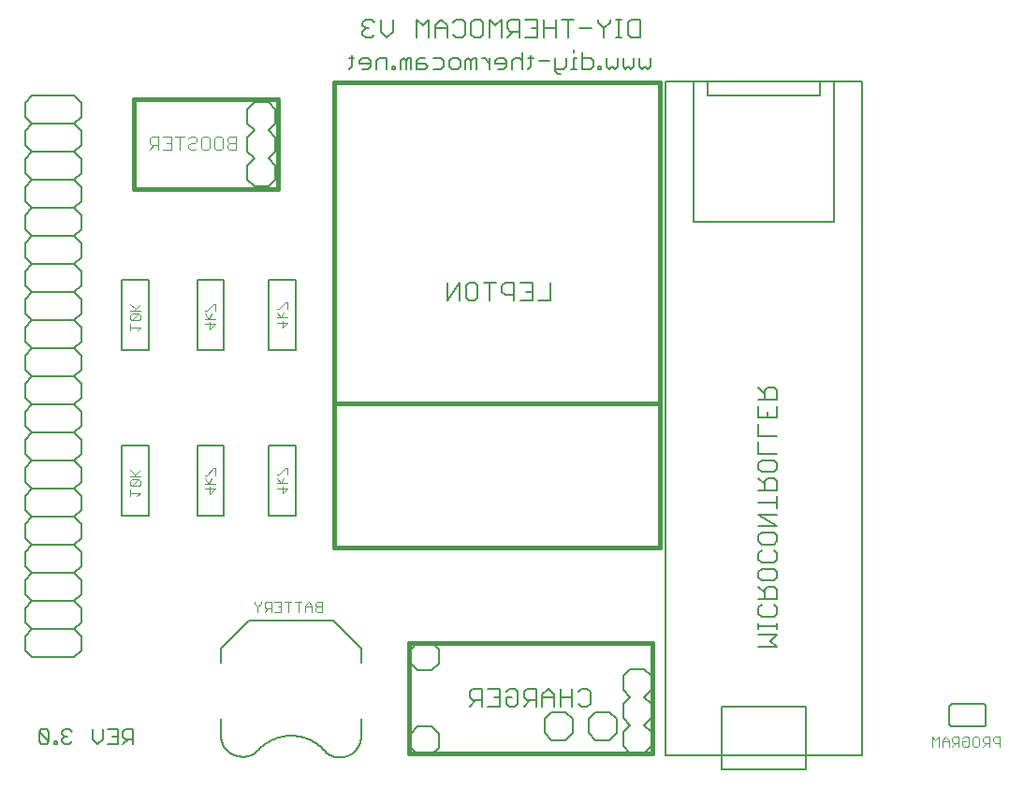
<source format=gbr>
G04 EAGLE Gerber RS-274X export*
G75*
%MOMM*%
%FSLAX34Y34*%
%LPD*%
%INSilkscreen Bottom*%
%IPPOS*%
%AMOC8*
5,1,8,0,0,1.08239X$1,22.5*%
G01*
%ADD10C,0.406400*%
%ADD11C,0.152400*%
%ADD12C,0.101600*%
%ADD13C,0.127000*%
%ADD14C,0.203200*%


D10*
X575000Y190000D02*
X575000Y320000D01*
X280000Y320000D01*
X280000Y190000D01*
X575000Y190000D01*
D11*
X475468Y412982D02*
X475468Y429252D01*
X475468Y412982D02*
X464621Y412982D01*
X459096Y429252D02*
X448249Y429252D01*
X459096Y429252D02*
X459096Y412982D01*
X448249Y412982D01*
X453673Y421117D02*
X459096Y421117D01*
X442724Y412982D02*
X442724Y429252D01*
X434589Y429252D01*
X431878Y426540D01*
X431878Y421117D01*
X434589Y418405D01*
X442724Y418405D01*
X420930Y412982D02*
X420930Y429252D01*
X426353Y429252D02*
X415506Y429252D01*
X407270Y429252D02*
X401846Y429252D01*
X407270Y429252D02*
X409981Y426540D01*
X409981Y415694D01*
X407270Y412982D01*
X401846Y412982D01*
X399135Y415694D01*
X399135Y426540D01*
X401846Y429252D01*
X393610Y429252D02*
X393610Y412982D01*
X382763Y412982D02*
X393610Y429252D01*
X382763Y429252D02*
X382763Y412982D01*
X503603Y62032D02*
X500891Y59320D01*
X503603Y62032D02*
X509026Y62032D01*
X511738Y59320D01*
X511738Y48474D01*
X509026Y45762D01*
X503603Y45762D01*
X500891Y48474D01*
X495366Y45762D02*
X495366Y62032D01*
X495366Y53897D02*
X484520Y53897D01*
X484520Y62032D02*
X484520Y45762D01*
X478995Y45762D02*
X478995Y56609D01*
X473572Y62032D01*
X468148Y56609D01*
X468148Y45762D01*
X468148Y53897D02*
X478995Y53897D01*
X462623Y45762D02*
X462623Y62032D01*
X454488Y62032D01*
X451777Y59320D01*
X451777Y53897D01*
X454488Y51185D01*
X462623Y51185D01*
X457200Y51185D02*
X451777Y45762D01*
X438117Y62032D02*
X435405Y59320D01*
X438117Y62032D02*
X443540Y62032D01*
X446252Y59320D01*
X446252Y48474D01*
X443540Y45762D01*
X438117Y45762D01*
X435405Y48474D01*
X435405Y53897D01*
X440828Y53897D01*
X429880Y62032D02*
X419034Y62032D01*
X429880Y62032D02*
X429880Y45762D01*
X419034Y45762D01*
X424457Y53897D02*
X429880Y53897D01*
X413509Y45762D02*
X413509Y62032D01*
X405374Y62032D01*
X402662Y59320D01*
X402662Y53897D01*
X405374Y51185D01*
X413509Y51185D01*
X408085Y51185D02*
X402662Y45762D01*
D10*
X280000Y320000D02*
X280000Y610000D01*
X575000Y610000D01*
X575000Y320000D01*
X229000Y514000D02*
X99000Y514000D01*
X99000Y595000D01*
X229000Y595000D01*
X229000Y514000D01*
D12*
X190992Y549508D02*
X190992Y561202D01*
X185145Y561202D01*
X183196Y559253D01*
X183196Y557304D01*
X185145Y555355D01*
X183196Y553406D01*
X183196Y551457D01*
X185145Y549508D01*
X190992Y549508D01*
X190992Y555355D02*
X185145Y555355D01*
X177349Y561202D02*
X173451Y561202D01*
X177349Y561202D02*
X179298Y559253D01*
X179298Y551457D01*
X177349Y549508D01*
X173451Y549508D01*
X171502Y551457D01*
X171502Y559253D01*
X173451Y561202D01*
X165655Y561202D02*
X161757Y561202D01*
X165655Y561202D02*
X167604Y559253D01*
X167604Y551457D01*
X165655Y549508D01*
X161757Y549508D01*
X159808Y551457D01*
X159808Y559253D01*
X161757Y561202D01*
X150063Y561202D02*
X148114Y559253D01*
X150063Y561202D02*
X153961Y561202D01*
X155910Y559253D01*
X155910Y557304D01*
X153961Y555355D01*
X150063Y555355D01*
X148114Y553406D01*
X148114Y551457D01*
X150063Y549508D01*
X153961Y549508D01*
X155910Y551457D01*
X140318Y549508D02*
X140318Y561202D01*
X144216Y561202D02*
X136420Y561202D01*
X132522Y561202D02*
X124726Y561202D01*
X132522Y561202D02*
X132522Y549508D01*
X124726Y549508D01*
X128624Y555355D02*
X132522Y555355D01*
X120828Y549508D02*
X120828Y561202D01*
X114981Y561202D01*
X113032Y559253D01*
X113032Y555355D01*
X114981Y553406D01*
X120828Y553406D01*
X116930Y553406D02*
X113032Y549508D01*
D10*
X568000Y103000D02*
X568000Y3000D01*
X568000Y103000D02*
X348000Y103000D01*
X348000Y3000D01*
X568000Y3000D01*
D12*
X881992Y9508D02*
X881992Y18500D01*
X877496Y18500D01*
X875998Y17001D01*
X875998Y14004D01*
X877496Y12505D01*
X881992Y12505D01*
X872784Y9508D02*
X872784Y18500D01*
X868288Y18500D01*
X866790Y17001D01*
X866790Y14004D01*
X868288Y12505D01*
X872784Y12505D01*
X869787Y12505D02*
X866790Y9508D01*
X862078Y18500D02*
X859081Y18500D01*
X862078Y18500D02*
X863576Y17001D01*
X863576Y11007D01*
X862078Y9508D01*
X859081Y9508D01*
X857582Y11007D01*
X857582Y17001D01*
X859081Y18500D01*
X849873Y18500D02*
X848374Y17001D01*
X849873Y18500D02*
X852870Y18500D01*
X854368Y17001D01*
X854368Y11007D01*
X852870Y9508D01*
X849873Y9508D01*
X848374Y11007D01*
X848374Y14004D01*
X851371Y14004D01*
X845161Y9508D02*
X845161Y18500D01*
X840665Y18500D01*
X839166Y17001D01*
X839166Y14004D01*
X840665Y12505D01*
X845161Y12505D01*
X842163Y12505D02*
X839166Y9508D01*
X835953Y9508D02*
X835953Y15502D01*
X832956Y18500D01*
X829958Y15502D01*
X829958Y9508D01*
X829958Y14004D02*
X835953Y14004D01*
X826745Y9508D02*
X826745Y18500D01*
X823748Y15502D01*
X820751Y18500D01*
X820751Y9508D01*
X268992Y131508D02*
X268992Y140500D01*
X264496Y140500D01*
X262998Y139001D01*
X262998Y137502D01*
X264496Y136004D01*
X262998Y134505D01*
X262998Y133007D01*
X264496Y131508D01*
X268992Y131508D01*
X268992Y136004D02*
X264496Y136004D01*
X259784Y137502D02*
X259784Y131508D01*
X259784Y137502D02*
X256787Y140500D01*
X253790Y137502D01*
X253790Y131508D01*
X253790Y136004D02*
X259784Y136004D01*
X247579Y131508D02*
X247579Y140500D01*
X250576Y140500D02*
X244582Y140500D01*
X238371Y140500D02*
X238371Y131508D01*
X241368Y140500D02*
X235374Y140500D01*
X232161Y140500D02*
X226166Y140500D01*
X232161Y140500D02*
X232161Y131508D01*
X226166Y131508D01*
X229163Y136004D02*
X232161Y136004D01*
X222953Y131508D02*
X222953Y140500D01*
X218457Y140500D01*
X216958Y139001D01*
X216958Y136004D01*
X218457Y134505D01*
X222953Y134505D01*
X219956Y134505D02*
X216958Y131508D01*
X213745Y139001D02*
X213745Y140500D01*
X213745Y139001D02*
X210748Y136004D01*
X207751Y139001D01*
X207751Y140500D01*
X210748Y136004D02*
X210748Y131508D01*
D11*
X663982Y99645D02*
X680252Y99645D01*
X674829Y105069D01*
X680252Y110492D01*
X663982Y110492D01*
X663982Y116017D02*
X663982Y121440D01*
X663982Y118729D02*
X680252Y118729D01*
X680252Y121440D02*
X680252Y116017D01*
X680252Y135066D02*
X677540Y137778D01*
X680252Y135066D02*
X680252Y129643D01*
X677540Y126931D01*
X666694Y126931D01*
X663982Y129643D01*
X663982Y135066D01*
X666694Y137778D01*
X663982Y143303D02*
X680252Y143303D01*
X680252Y151438D01*
X677540Y154149D01*
X672117Y154149D01*
X669405Y151438D01*
X669405Y143303D01*
X669405Y148726D02*
X663982Y154149D01*
X680252Y162386D02*
X680252Y167809D01*
X680252Y162386D02*
X677540Y159674D01*
X666694Y159674D01*
X663982Y162386D01*
X663982Y167809D01*
X666694Y170521D01*
X677540Y170521D01*
X680252Y167809D01*
X680252Y184181D02*
X677540Y186893D01*
X680252Y184181D02*
X680252Y178758D01*
X677540Y176046D01*
X666694Y176046D01*
X663982Y178758D01*
X663982Y184181D01*
X666694Y186893D01*
X680252Y195129D02*
X680252Y200552D01*
X680252Y195129D02*
X677540Y192418D01*
X666694Y192418D01*
X663982Y195129D01*
X663982Y200552D01*
X666694Y203264D01*
X677540Y203264D01*
X680252Y200552D01*
X680252Y208789D02*
X663982Y208789D01*
X663982Y219636D02*
X680252Y208789D01*
X680252Y219636D02*
X663982Y219636D01*
X663982Y230584D02*
X680252Y230584D01*
X680252Y225161D02*
X680252Y236007D01*
X680252Y241532D02*
X663982Y241532D01*
X680252Y241532D02*
X680252Y249667D01*
X677540Y252379D01*
X672117Y252379D01*
X669405Y249667D01*
X669405Y241532D01*
X669405Y246955D02*
X663982Y252379D01*
X680252Y260615D02*
X680252Y266039D01*
X680252Y260615D02*
X677540Y257904D01*
X666694Y257904D01*
X663982Y260615D01*
X663982Y266039D01*
X666694Y268750D01*
X677540Y268750D01*
X680252Y266039D01*
X680252Y274275D02*
X663982Y274275D01*
X663982Y285122D01*
X663982Y290647D02*
X680252Y290647D01*
X663982Y290647D02*
X663982Y301493D01*
X680252Y307018D02*
X680252Y317865D01*
X680252Y307018D02*
X663982Y307018D01*
X663982Y317865D01*
X672117Y312442D02*
X672117Y307018D01*
X663982Y323390D02*
X680252Y323390D01*
X680252Y331525D01*
X677540Y334237D01*
X672117Y334237D01*
X669405Y331525D01*
X669405Y323390D01*
X669405Y328813D02*
X663982Y334237D01*
X556726Y650982D02*
X556726Y667252D01*
X556726Y650982D02*
X548591Y650982D01*
X545880Y653694D01*
X545880Y664540D01*
X548591Y667252D01*
X556726Y667252D01*
X540355Y650982D02*
X534931Y650982D01*
X537643Y650982D02*
X537643Y667252D01*
X540355Y667252D02*
X534931Y667252D01*
X529440Y667252D02*
X529440Y664540D01*
X524017Y659117D01*
X518594Y664540D01*
X518594Y667252D01*
X524017Y659117D02*
X524017Y650982D01*
X513069Y659117D02*
X502222Y659117D01*
X491274Y650982D02*
X491274Y667252D01*
X496697Y667252D02*
X485851Y667252D01*
X480326Y667252D02*
X480326Y650982D01*
X480326Y659117D02*
X469479Y659117D01*
X469479Y667252D02*
X469479Y650982D01*
X463954Y667252D02*
X453108Y667252D01*
X463954Y667252D02*
X463954Y650982D01*
X453108Y650982D01*
X458531Y659117D02*
X463954Y659117D01*
X447583Y650982D02*
X447583Y667252D01*
X439448Y667252D01*
X436736Y664540D01*
X436736Y659117D01*
X439448Y656405D01*
X447583Y656405D01*
X442159Y656405D02*
X436736Y650982D01*
X431211Y650982D02*
X431211Y667252D01*
X425788Y661829D01*
X420364Y667252D01*
X420364Y650982D01*
X412128Y667252D02*
X406704Y667252D01*
X412128Y667252D02*
X414839Y664540D01*
X414839Y653694D01*
X412128Y650982D01*
X406704Y650982D01*
X403993Y653694D01*
X403993Y664540D01*
X406704Y667252D01*
X390333Y667252D02*
X387621Y664540D01*
X390333Y667252D02*
X395756Y667252D01*
X398468Y664540D01*
X398468Y653694D01*
X395756Y650982D01*
X390333Y650982D01*
X387621Y653694D01*
X382096Y650982D02*
X382096Y661829D01*
X376673Y667252D01*
X371250Y661829D01*
X371250Y650982D01*
X371250Y659117D02*
X382096Y659117D01*
X365725Y650982D02*
X365725Y667252D01*
X360301Y661829D01*
X354878Y667252D01*
X354878Y650982D01*
X332982Y656405D02*
X332982Y667252D01*
X332982Y656405D02*
X327558Y650982D01*
X322135Y656405D01*
X322135Y667252D01*
X316610Y664540D02*
X313898Y667252D01*
X308475Y667252D01*
X305763Y664540D01*
X305763Y661829D01*
X308475Y659117D01*
X311187Y659117D01*
X308475Y659117D02*
X305763Y656405D01*
X305763Y653694D01*
X308475Y650982D01*
X313898Y650982D01*
X316610Y653694D01*
D13*
X565829Y632463D02*
X565829Y625092D01*
X563372Y622635D01*
X560915Y625092D01*
X558458Y622635D01*
X556000Y625092D01*
X556000Y632463D01*
X551096Y632463D02*
X551096Y625092D01*
X548639Y622635D01*
X546182Y625092D01*
X543725Y622635D01*
X541268Y625092D01*
X541268Y632463D01*
X536364Y632463D02*
X536364Y625092D01*
X533907Y622635D01*
X531450Y625092D01*
X528992Y622635D01*
X526535Y625092D01*
X526535Y632463D01*
X521631Y625092D02*
X521631Y622635D01*
X521631Y625092D02*
X519174Y625092D01*
X519174Y622635D01*
X521631Y622635D01*
X504436Y622635D02*
X504436Y637378D01*
X504436Y622635D02*
X511808Y622635D01*
X514265Y625092D01*
X514265Y630006D01*
X511808Y632463D01*
X504436Y632463D01*
X499532Y632463D02*
X497075Y632463D01*
X497075Y622635D01*
X499532Y622635D02*
X494618Y622635D01*
X497075Y637378D02*
X497075Y639835D01*
X489711Y632463D02*
X489711Y625092D01*
X487253Y622635D01*
X479882Y622635D01*
X479882Y620178D02*
X479882Y632463D01*
X479882Y620178D02*
X482339Y617721D01*
X484796Y617721D01*
X474978Y630006D02*
X465150Y630006D01*
X457788Y634921D02*
X457788Y625092D01*
X455331Y622635D01*
X455331Y632463D02*
X460245Y632463D01*
X450424Y637378D02*
X450424Y622635D01*
X450424Y630006D02*
X447967Y632463D01*
X443052Y632463D01*
X440595Y630006D01*
X440595Y622635D01*
X433234Y622635D02*
X428320Y622635D01*
X433234Y622635D02*
X435691Y625092D01*
X435691Y630006D01*
X433234Y632463D01*
X428320Y632463D01*
X425863Y630006D01*
X425863Y627549D01*
X435691Y627549D01*
X420959Y622635D02*
X420959Y632463D01*
X420959Y627549D02*
X416044Y632463D01*
X413587Y632463D01*
X408681Y632463D02*
X408681Y622635D01*
X408681Y632463D02*
X406224Y632463D01*
X403767Y630006D01*
X403767Y622635D01*
X403767Y630006D02*
X401310Y632463D01*
X398853Y630006D01*
X398853Y622635D01*
X391492Y622635D02*
X386578Y622635D01*
X384121Y625092D01*
X384121Y630006D01*
X386578Y632463D01*
X391492Y632463D01*
X393949Y630006D01*
X393949Y625092D01*
X391492Y622635D01*
X376759Y632463D02*
X369388Y632463D01*
X376759Y632463D02*
X379216Y630006D01*
X379216Y625092D01*
X376759Y622635D01*
X369388Y622635D01*
X362027Y632463D02*
X357112Y632463D01*
X354655Y630006D01*
X354655Y622635D01*
X362027Y622635D01*
X364484Y625092D01*
X362027Y627549D01*
X354655Y627549D01*
X349751Y622635D02*
X349751Y632463D01*
X347294Y632463D01*
X344837Y630006D01*
X344837Y622635D01*
X344837Y630006D02*
X342380Y632463D01*
X339923Y630006D01*
X339923Y622635D01*
X335019Y622635D02*
X335019Y625092D01*
X332562Y625092D01*
X332562Y622635D01*
X335019Y622635D01*
X327652Y622635D02*
X327652Y632463D01*
X320281Y632463D01*
X317824Y630006D01*
X317824Y622635D01*
X310463Y622635D02*
X305549Y622635D01*
X310463Y622635D02*
X312920Y625092D01*
X312920Y630006D01*
X310463Y632463D01*
X305549Y632463D01*
X303091Y630006D01*
X303091Y627549D01*
X312920Y627549D01*
X295730Y625092D02*
X295730Y634921D01*
X295730Y625092D02*
X293273Y622635D01*
X293273Y632463D02*
X298187Y632463D01*
X98142Y25377D02*
X98142Y11635D01*
X98142Y25377D02*
X91271Y25377D01*
X88981Y23086D01*
X88981Y18506D01*
X91271Y16216D01*
X98142Y16216D01*
X93561Y16216D02*
X88981Y11635D01*
X84330Y25377D02*
X75169Y25377D01*
X84330Y25377D02*
X84330Y11635D01*
X75169Y11635D01*
X79749Y18506D02*
X84330Y18506D01*
X70518Y16216D02*
X70518Y25377D01*
X70518Y16216D02*
X65938Y11635D01*
X61357Y16216D01*
X61357Y25377D01*
X42895Y23086D02*
X40604Y25377D01*
X36024Y25377D01*
X33733Y23086D01*
X33733Y20796D01*
X36024Y18506D01*
X38314Y18506D01*
X36024Y18506D02*
X33733Y16216D01*
X33733Y13925D01*
X36024Y11635D01*
X40604Y11635D01*
X42895Y13925D01*
X29083Y13925D02*
X29083Y11635D01*
X29083Y13925D02*
X26793Y13925D01*
X26793Y11635D01*
X29083Y11635D01*
X22177Y13925D02*
X22177Y23086D01*
X19887Y25377D01*
X15306Y25377D01*
X13016Y23086D01*
X13016Y13925D01*
X15306Y11635D01*
X19887Y11635D01*
X22177Y13925D01*
X13016Y23086D01*
D11*
X6950Y90500D02*
X600Y96850D01*
X600Y109550D01*
X6950Y115900D01*
X600Y122250D01*
X600Y134950D01*
X6950Y141300D01*
X600Y147650D01*
X600Y160350D01*
X6950Y166700D01*
X600Y173050D01*
X600Y185750D01*
X6950Y192100D01*
X600Y198450D01*
X600Y211150D01*
X6950Y217500D01*
X600Y223850D01*
X600Y236550D01*
X6950Y242900D01*
X6950Y90500D02*
X45050Y90500D01*
X51400Y96850D01*
X51400Y109550D01*
X45050Y115900D01*
X51400Y122250D01*
X51400Y134950D01*
X45050Y141300D01*
X51400Y147650D01*
X51400Y160350D01*
X45050Y166700D01*
X51400Y173050D01*
X51400Y185750D01*
X45050Y192100D01*
X51400Y198450D01*
X51400Y211150D01*
X45050Y217500D01*
X51400Y223850D01*
X51400Y236550D01*
X45050Y242900D01*
X51400Y249250D01*
X51400Y261950D01*
X45050Y268300D01*
X51400Y274650D01*
X51400Y287350D01*
X45050Y293700D01*
X51400Y300050D01*
X51400Y312750D01*
X45050Y319100D01*
X51400Y325450D01*
X51400Y338150D01*
X45050Y344500D01*
X51400Y350850D01*
X51400Y363550D01*
X45050Y369900D01*
X51400Y376250D01*
X51400Y388950D01*
X45050Y395300D01*
X51400Y401650D01*
X51400Y414350D01*
X45050Y420700D01*
X51400Y427050D01*
X51400Y439750D01*
X45050Y446100D01*
X51400Y452450D01*
X51400Y465150D01*
X45050Y471500D01*
X51400Y477850D01*
X51400Y490550D01*
X45050Y496900D01*
X51400Y503250D01*
X51400Y515950D01*
X45050Y522300D01*
X51400Y528650D01*
X51400Y541350D01*
X45050Y547700D01*
X51400Y554050D01*
X51400Y566750D01*
X45050Y573100D01*
X6950Y573100D02*
X600Y566750D01*
X600Y554050D01*
X6950Y547700D01*
X600Y541350D01*
X600Y528650D01*
X6950Y522300D01*
X600Y515950D01*
X600Y503250D01*
X6950Y496900D01*
X600Y490550D01*
X600Y477850D01*
X6950Y471500D01*
X600Y465150D01*
X600Y452450D01*
X6950Y446100D01*
X600Y439750D01*
X600Y427050D01*
X6950Y420700D01*
X600Y414350D01*
X600Y401650D01*
X6950Y395300D01*
X600Y388950D01*
X600Y376250D01*
X6950Y369900D01*
X600Y363550D01*
X600Y350850D01*
X6950Y344500D01*
X600Y338150D01*
X600Y325450D01*
X6950Y319100D01*
X600Y312750D01*
X600Y300050D01*
X6950Y293700D01*
X600Y287350D01*
X600Y274650D01*
X6950Y268300D01*
X600Y261950D01*
X600Y249250D01*
X6950Y242900D01*
X6950Y115900D02*
X45050Y115900D01*
X45050Y141300D02*
X6950Y141300D01*
X6950Y166700D02*
X45050Y166700D01*
X45050Y192100D02*
X6950Y192100D01*
X6950Y217500D02*
X45050Y217500D01*
X45050Y242900D02*
X6950Y242900D01*
X6950Y268300D02*
X45050Y268300D01*
X45050Y293700D02*
X6950Y293700D01*
X6950Y319100D02*
X45050Y319100D01*
X45050Y344500D02*
X6950Y344500D01*
X6950Y369900D02*
X45050Y369900D01*
X45050Y395300D02*
X6950Y395300D01*
X6950Y420700D02*
X45050Y420700D01*
X45050Y446100D02*
X6950Y446100D01*
X6950Y471500D02*
X45050Y471500D01*
X45050Y496900D02*
X6950Y496900D01*
X6950Y522300D02*
X45050Y522300D01*
X45050Y547700D02*
X6950Y547700D01*
X6950Y573100D02*
X45050Y573100D01*
X51400Y579450D01*
X51400Y592150D01*
X45050Y598500D01*
X6950Y598500D02*
X600Y592150D01*
X600Y579450D01*
X6950Y573100D01*
X6950Y598500D02*
X45050Y598500D01*
D14*
X202900Y123500D02*
X177500Y98100D01*
X202900Y123500D02*
X279100Y123500D01*
X304500Y98100D01*
X304500Y85400D01*
X177500Y85400D02*
X177500Y98100D01*
X177500Y34600D02*
X177500Y19360D01*
X304500Y19360D02*
X304500Y34600D01*
X272750Y4120D02*
X272116Y4891D01*
X271464Y5646D01*
X270793Y6385D01*
X270105Y7107D01*
X269399Y7812D01*
X268676Y8500D01*
X267936Y9169D01*
X267180Y9820D01*
X266408Y10453D01*
X265621Y11066D01*
X264819Y11660D01*
X264003Y12234D01*
X263173Y12788D01*
X262330Y13322D01*
X261474Y13834D01*
X260605Y14326D01*
X259725Y14796D01*
X258834Y15244D01*
X257931Y15670D01*
X257019Y16074D01*
X256097Y16456D01*
X255166Y16815D01*
X254226Y17151D01*
X253279Y17463D01*
X252324Y17753D01*
X251362Y18019D01*
X250394Y18261D01*
X249421Y18479D01*
X248442Y18674D01*
X247459Y18844D01*
X246472Y18990D01*
X245481Y19113D01*
X244488Y19210D01*
X243493Y19284D01*
X242496Y19332D01*
X241499Y19357D01*
X240501Y19357D01*
X239504Y19332D01*
X238507Y19284D01*
X237512Y19210D01*
X236519Y19113D01*
X235528Y18990D01*
X234541Y18844D01*
X233558Y18674D01*
X232579Y18479D01*
X231606Y18261D01*
X230638Y18019D01*
X229676Y17753D01*
X228721Y17463D01*
X227774Y17151D01*
X226834Y16815D01*
X225903Y16456D01*
X224981Y16074D01*
X224069Y15670D01*
X223166Y15244D01*
X222275Y14796D01*
X221395Y14326D01*
X220526Y13834D01*
X219670Y13322D01*
X218827Y12788D01*
X217997Y12234D01*
X217181Y11660D01*
X216379Y11066D01*
X215592Y10453D01*
X214820Y9820D01*
X214064Y9169D01*
X213324Y8500D01*
X212601Y7812D01*
X211895Y7107D01*
X211207Y6385D01*
X210536Y5646D01*
X209884Y4891D01*
X209250Y4120D01*
X208851Y3836D01*
X208445Y3563D01*
X208032Y3300D01*
X207614Y3046D01*
X207189Y2804D01*
X206758Y2571D01*
X206321Y2349D01*
X205880Y2138D01*
X205433Y1938D01*
X204982Y1749D01*
X204526Y1571D01*
X204066Y1404D01*
X203602Y1249D01*
X203134Y1104D01*
X202663Y972D01*
X202188Y851D01*
X201711Y741D01*
X201232Y643D01*
X200750Y557D01*
X200266Y483D01*
X199781Y421D01*
X199294Y371D01*
X198806Y332D01*
X198317Y306D01*
X197828Y291D01*
X197338Y288D01*
X196849Y298D01*
X196360Y319D01*
X195872Y353D01*
X195384Y398D01*
X194898Y455D01*
X194413Y524D01*
X193931Y605D01*
X193450Y698D01*
X192972Y802D01*
X192496Y918D01*
X192024Y1046D01*
X191555Y1185D01*
X191089Y1336D01*
X190627Y1498D01*
X190169Y1671D01*
X189716Y1856D01*
X189267Y2051D01*
X188823Y2258D01*
X188385Y2475D01*
X187952Y2703D01*
X187524Y2941D01*
X187103Y3190D01*
X186687Y3449D01*
X186278Y3718D01*
X185876Y3997D01*
X185481Y4286D01*
X185093Y4584D01*
X184712Y4892D01*
X184339Y5209D01*
X183974Y5535D01*
X183617Y5870D01*
X183269Y6213D01*
X182929Y6565D01*
X182597Y6925D01*
X182275Y7294D01*
X181961Y7670D01*
X181657Y8053D01*
X181362Y8444D01*
X181077Y8842D01*
X180802Y9247D01*
X180537Y9658D01*
X180282Y10076D01*
X180037Y10500D01*
X179803Y10929D01*
X179579Y11365D01*
X179366Y11805D01*
X179164Y12251D01*
X178973Y12702D01*
X178793Y13157D01*
X178624Y13616D01*
X178466Y14080D01*
X178320Y14547D01*
X178185Y15017D01*
X178062Y15491D01*
X177950Y15968D01*
X177850Y16447D01*
X177762Y16928D01*
X177686Y17412D01*
X177621Y17897D01*
X177569Y18384D01*
X177528Y18871D01*
X177500Y19360D01*
X272750Y4120D02*
X273125Y3826D01*
X273508Y3541D01*
X273898Y3266D01*
X274294Y3000D01*
X274697Y2744D01*
X275105Y2498D01*
X275520Y2262D01*
X275940Y2036D01*
X276366Y1821D01*
X276796Y1616D01*
X277232Y1421D01*
X277672Y1238D01*
X278117Y1065D01*
X278566Y903D01*
X279018Y752D01*
X279474Y612D01*
X279934Y483D01*
X280396Y366D01*
X280861Y260D01*
X281329Y165D01*
X281798Y82D01*
X282270Y10D01*
X282743Y-50D01*
X283218Y-99D01*
X283694Y-136D01*
X284170Y-162D01*
X284647Y-175D01*
X285124Y-177D01*
X285601Y-168D01*
X286077Y-147D01*
X286553Y-114D01*
X287028Y-69D01*
X287502Y-13D01*
X287974Y54D01*
X288445Y133D01*
X288913Y224D01*
X289379Y326D01*
X289843Y439D01*
X290303Y564D01*
X290760Y700D01*
X291214Y847D01*
X291664Y1005D01*
X292111Y1174D01*
X292552Y1353D01*
X292990Y1544D01*
X293422Y1745D01*
X293850Y1957D01*
X294272Y2179D01*
X294689Y2411D01*
X295100Y2654D01*
X295505Y2906D01*
X295903Y3168D01*
X296295Y3440D01*
X296680Y3721D01*
X297059Y4012D01*
X297430Y4312D01*
X297793Y4621D01*
X298149Y4938D01*
X298497Y5264D01*
X298837Y5599D01*
X299169Y5942D01*
X299493Y6293D01*
X299807Y6651D01*
X300113Y7017D01*
X300410Y7391D01*
X300697Y7772D01*
X300975Y8159D01*
X301244Y8553D01*
X301503Y8954D01*
X301752Y9361D01*
X301991Y9774D01*
X302220Y10193D01*
X302438Y10617D01*
X302646Y11046D01*
X302844Y11480D01*
X303031Y11919D01*
X303207Y12362D01*
X303372Y12810D01*
X303527Y13261D01*
X303670Y13716D01*
X303802Y14175D01*
X303923Y14636D01*
X304032Y15101D01*
X304130Y15567D01*
X304217Y16037D01*
X304292Y16508D01*
X304356Y16980D01*
X304408Y17455D01*
X304448Y17930D01*
X304477Y18406D01*
X304494Y18883D01*
X304500Y19360D01*
X180000Y431500D02*
X156000Y431500D01*
X156000Y368500D01*
X180000Y368500D01*
X180000Y431500D01*
D12*
X172310Y391775D02*
X163318Y391775D01*
X167814Y387279D02*
X172310Y391775D01*
X167814Y393274D02*
X167814Y387279D01*
X163318Y396487D02*
X172310Y396487D01*
X166315Y396487D02*
X163318Y400983D01*
X166315Y396487D02*
X169312Y400983D01*
X172310Y404160D02*
X172310Y410155D01*
X170811Y410155D01*
X164817Y404160D01*
X163318Y404160D01*
D14*
X112000Y431500D02*
X88000Y431500D01*
X88000Y368500D01*
X112000Y368500D01*
X112000Y431500D01*
D12*
X104810Y388742D02*
X101812Y385744D01*
X104810Y388742D02*
X95818Y388742D01*
X95818Y391739D02*
X95818Y385744D01*
X97317Y394952D02*
X103311Y394952D01*
X104810Y396451D01*
X104810Y399448D01*
X103311Y400947D01*
X97317Y400947D01*
X95818Y399448D01*
X95818Y396451D01*
X97317Y394952D01*
X103311Y400947D01*
X104810Y404160D02*
X95818Y404160D01*
X98815Y404160D02*
X104810Y410155D01*
X100314Y405659D02*
X95818Y410155D01*
D14*
X221000Y218500D02*
X245000Y218500D01*
X245000Y281500D01*
X221000Y281500D01*
X221000Y218500D01*
D12*
X228698Y243144D02*
X237690Y243144D01*
X233194Y238648D01*
X233194Y244642D01*
X228698Y247856D02*
X237690Y247856D01*
X231695Y247856D02*
X228698Y252352D01*
X231695Y247856D02*
X234692Y252352D01*
X237690Y255529D02*
X237690Y261524D01*
X236191Y261524D01*
X230197Y255529D01*
X228698Y255529D01*
D14*
X112000Y281500D02*
X88000Y281500D01*
X88000Y218500D01*
X112000Y218500D01*
X112000Y281500D01*
D12*
X104500Y238882D02*
X101502Y235884D01*
X104500Y238882D02*
X95508Y238882D01*
X95508Y241879D02*
X95508Y235884D01*
X97007Y245092D02*
X103001Y245092D01*
X104500Y246591D01*
X104500Y249588D01*
X103001Y251087D01*
X97007Y251087D01*
X95508Y249588D01*
X95508Y246591D01*
X97007Y245092D01*
X103001Y251087D01*
X104500Y254300D02*
X95508Y254300D01*
X98505Y254300D02*
X104500Y260295D01*
X100004Y255799D02*
X95508Y260295D01*
D14*
X220350Y567100D02*
X226700Y573450D01*
X226700Y586150D01*
X220350Y592500D01*
X207650Y592500D02*
X201300Y586150D01*
X201300Y573450D01*
X207650Y567100D01*
X226700Y535350D02*
X226700Y522650D01*
X226700Y535350D02*
X220350Y541700D01*
X207650Y541700D02*
X201300Y535350D01*
X220350Y541700D02*
X226700Y548050D01*
X226700Y560750D01*
X220350Y567100D01*
X207650Y567100D02*
X201300Y560750D01*
X201300Y548050D01*
X207650Y541700D01*
X207650Y516300D02*
X220350Y516300D01*
X226700Y522650D01*
X207650Y516300D02*
X201300Y522650D01*
X201300Y535350D01*
X207650Y592500D02*
X220350Y592500D01*
X547650Y28900D02*
X541300Y22550D01*
X541300Y9850D01*
X547650Y3500D01*
X560350Y3500D02*
X566700Y9850D01*
X566700Y22550D01*
X560350Y28900D01*
X541300Y60650D02*
X541300Y73350D01*
X541300Y60650D02*
X547650Y54300D01*
X560350Y54300D02*
X566700Y60650D01*
X547650Y54300D02*
X541300Y47950D01*
X541300Y35250D01*
X547650Y28900D01*
X560350Y28900D02*
X566700Y35250D01*
X566700Y47950D01*
X560350Y54300D01*
X560350Y79700D02*
X547650Y79700D01*
X541300Y73350D01*
X560350Y79700D02*
X566700Y73350D01*
X566700Y60650D01*
X560350Y3500D02*
X547650Y3500D01*
X355650Y27700D02*
X349300Y21350D01*
X355650Y27700D02*
X368350Y27700D01*
X374700Y21350D01*
X374700Y8650D01*
X368350Y2300D01*
X355650Y2300D01*
X349300Y8650D01*
X349300Y21350D01*
X510300Y34350D02*
X516650Y40700D01*
X529350Y40700D01*
X535700Y34350D01*
X535700Y21650D01*
X529350Y15300D01*
X516650Y15300D01*
X510300Y21650D01*
X510300Y34350D01*
X476650Y40700D02*
X470300Y34350D01*
X476650Y40700D02*
X489350Y40700D01*
X495700Y34350D01*
X495700Y21650D01*
X489350Y15300D01*
X476650Y15300D01*
X470300Y21650D01*
X470300Y34350D01*
X355650Y103700D02*
X349300Y97350D01*
X355650Y103700D02*
X368350Y103700D01*
X374700Y97350D01*
X374700Y84650D01*
X368350Y78300D01*
X355650Y78300D01*
X349300Y84650D01*
X349300Y97350D01*
D11*
X839030Y27840D02*
X866970Y27840D01*
X839030Y48160D02*
X838930Y48158D01*
X838831Y48152D01*
X838731Y48142D01*
X838633Y48129D01*
X838534Y48111D01*
X838437Y48090D01*
X838341Y48065D01*
X838245Y48036D01*
X838151Y48003D01*
X838058Y47967D01*
X837967Y47927D01*
X837877Y47883D01*
X837789Y47836D01*
X837703Y47786D01*
X837619Y47732D01*
X837537Y47675D01*
X837458Y47615D01*
X837380Y47551D01*
X837306Y47485D01*
X837234Y47416D01*
X837165Y47344D01*
X837099Y47270D01*
X837035Y47192D01*
X836975Y47113D01*
X836918Y47031D01*
X836864Y46947D01*
X836814Y46861D01*
X836767Y46773D01*
X836723Y46683D01*
X836683Y46592D01*
X836647Y46499D01*
X836614Y46405D01*
X836585Y46309D01*
X836560Y46213D01*
X836539Y46116D01*
X836521Y46017D01*
X836508Y45919D01*
X836498Y45819D01*
X836492Y45720D01*
X836490Y45620D01*
X866970Y48160D02*
X867070Y48158D01*
X867169Y48152D01*
X867269Y48142D01*
X867367Y48129D01*
X867466Y48111D01*
X867563Y48090D01*
X867659Y48065D01*
X867755Y48036D01*
X867849Y48003D01*
X867942Y47967D01*
X868033Y47927D01*
X868123Y47883D01*
X868211Y47836D01*
X868297Y47786D01*
X868381Y47732D01*
X868463Y47675D01*
X868542Y47615D01*
X868620Y47551D01*
X868694Y47485D01*
X868766Y47416D01*
X868835Y47344D01*
X868901Y47270D01*
X868965Y47192D01*
X869025Y47113D01*
X869082Y47031D01*
X869136Y46947D01*
X869186Y46861D01*
X869233Y46773D01*
X869277Y46683D01*
X869317Y46592D01*
X869353Y46499D01*
X869386Y46405D01*
X869415Y46309D01*
X869440Y46213D01*
X869461Y46116D01*
X869479Y46017D01*
X869492Y45919D01*
X869502Y45819D01*
X869508Y45720D01*
X869510Y45620D01*
X869510Y30380D02*
X869508Y30280D01*
X869502Y30181D01*
X869492Y30081D01*
X869479Y29983D01*
X869461Y29884D01*
X869440Y29787D01*
X869415Y29691D01*
X869386Y29595D01*
X869353Y29501D01*
X869317Y29408D01*
X869277Y29317D01*
X869233Y29227D01*
X869186Y29139D01*
X869136Y29053D01*
X869082Y28969D01*
X869025Y28887D01*
X868965Y28808D01*
X868901Y28730D01*
X868835Y28656D01*
X868766Y28584D01*
X868694Y28515D01*
X868620Y28449D01*
X868542Y28385D01*
X868463Y28325D01*
X868381Y28268D01*
X868297Y28214D01*
X868211Y28164D01*
X868123Y28117D01*
X868033Y28073D01*
X867942Y28033D01*
X867849Y27997D01*
X867755Y27964D01*
X867659Y27935D01*
X867563Y27910D01*
X867466Y27889D01*
X867367Y27871D01*
X867269Y27858D01*
X867169Y27848D01*
X867070Y27842D01*
X866970Y27840D01*
X839030Y27840D02*
X838930Y27842D01*
X838831Y27848D01*
X838731Y27858D01*
X838633Y27871D01*
X838534Y27889D01*
X838437Y27910D01*
X838341Y27935D01*
X838245Y27964D01*
X838151Y27997D01*
X838058Y28033D01*
X837967Y28073D01*
X837877Y28117D01*
X837789Y28164D01*
X837703Y28214D01*
X837619Y28268D01*
X837537Y28325D01*
X837458Y28385D01*
X837380Y28449D01*
X837306Y28515D01*
X837234Y28584D01*
X837165Y28656D01*
X837099Y28730D01*
X837035Y28808D01*
X836975Y28887D01*
X836918Y28969D01*
X836864Y29053D01*
X836814Y29139D01*
X836767Y29227D01*
X836723Y29317D01*
X836683Y29408D01*
X836647Y29501D01*
X836614Y29595D01*
X836585Y29691D01*
X836560Y29787D01*
X836539Y29884D01*
X836521Y29983D01*
X836508Y30081D01*
X836498Y30181D01*
X836492Y30280D01*
X836490Y30380D01*
X836490Y45620D01*
X869510Y45620D02*
X869510Y30380D01*
X866970Y48160D02*
X839030Y48160D01*
D14*
X180000Y281500D02*
X156000Y281500D01*
X156000Y218500D01*
X180000Y218500D01*
X180000Y281500D01*
D12*
X172310Y242775D02*
X163318Y242775D01*
X167814Y238279D02*
X172310Y242775D01*
X167814Y244274D02*
X167814Y238279D01*
X163318Y247487D02*
X172310Y247487D01*
X166315Y247487D02*
X163318Y251983D01*
X166315Y247487D02*
X169312Y251983D01*
X172310Y255160D02*
X172310Y261155D01*
X170811Y261155D01*
X164817Y255160D01*
X163318Y255160D01*
D14*
X221000Y368500D02*
X245000Y368500D01*
X245000Y431500D01*
X221000Y431500D01*
X221000Y368500D01*
D12*
X228698Y393144D02*
X237690Y393144D01*
X233194Y388648D01*
X233194Y394642D01*
X228698Y397856D02*
X237690Y397856D01*
X231695Y397856D02*
X228698Y402352D01*
X231695Y397856D02*
X234692Y402352D01*
X237690Y405529D02*
X237690Y411524D01*
X236191Y411524D01*
X230197Y405529D01*
X228698Y405529D01*
D13*
X580100Y1500D02*
X757900Y1500D01*
X580100Y1500D02*
X580100Y611100D01*
X757900Y611100D01*
X757900Y1500D01*
X707100Y-11200D02*
X630900Y-11200D01*
X630900Y45950D01*
X707100Y45950D01*
X707100Y-11200D01*
X732500Y484100D02*
X732500Y611100D01*
X732500Y484100D02*
X605500Y484100D01*
X605500Y611100D01*
X618200Y611100D01*
X719800Y611100D01*
X719800Y598400D01*
X618200Y598400D01*
X618200Y611100D01*
M02*

</source>
